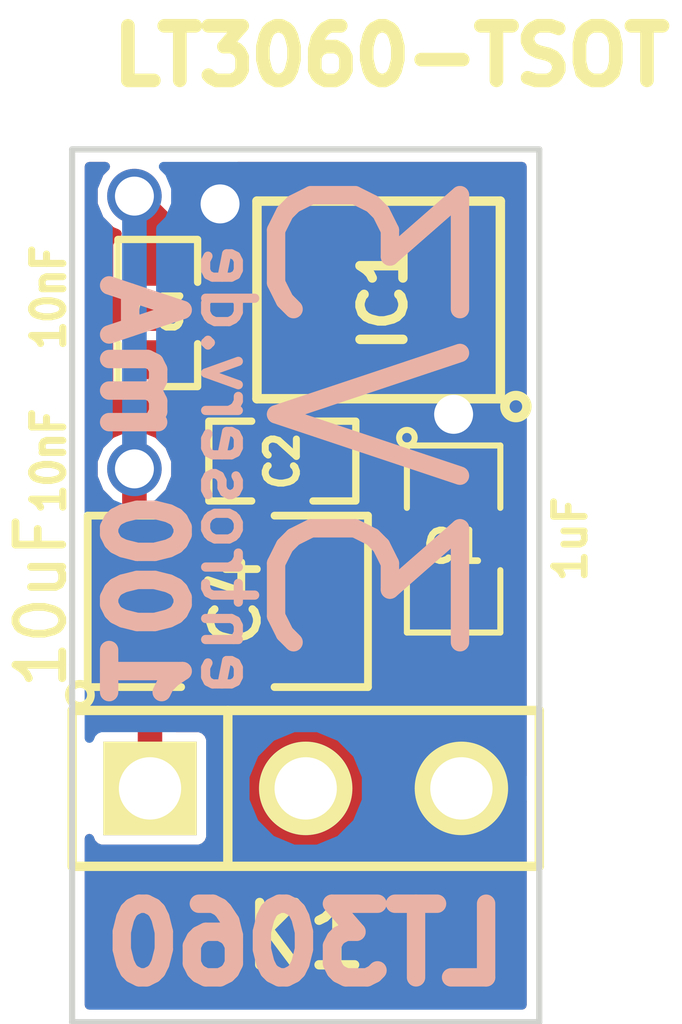
<source format=kicad_pcb>
(kicad_pcb (version 3) (host pcbnew "(2013-07-07 BZR 4022)-stable")

  (general
    (links 14)
    (no_connects 0)
    (area 50.847286 47.0011 64.286177 65.1272)
    (thickness 1.6)
    (drawings 8)
    (tracks 24)
    (zones 0)
    (modules 6)
    (nets 6)
  )

  (page A3)
  (layers
    (15 F.Cu signal)
    (0 B.Cu signal)
    (16 B.Adhes user)
    (17 F.Adhes user)
    (18 B.Paste user)
    (19 F.Paste user)
    (20 B.SilkS user)
    (21 F.SilkS user)
    (22 B.Mask user)
    (23 F.Mask user)
    (24 Dwgs.User user)
    (25 Cmts.User user)
    (26 Eco1.User user)
    (27 Eco2.User user)
    (28 Edge.Cuts user)
  )

  (setup
    (last_trace_width 0.4)
    (trace_clearance 0.154)
    (zone_clearance 0.154)
    (zone_45_only no)
    (trace_min 0.254)
    (segment_width 0.2)
    (edge_width 0.1)
    (via_size 0.889)
    (via_drill 0.635)
    (via_min_size 0.889)
    (via_min_drill 0.508)
    (uvia_size 0.508)
    (uvia_drill 0.127)
    (uvias_allowed no)
    (uvia_min_size 0.508)
    (uvia_min_drill 0.127)
    (pcb_text_width 0.3)
    (pcb_text_size 1.5 1.5)
    (mod_edge_width 0.154)
    (mod_text_size 1 1)
    (mod_text_width 0.15)
    (pad_size 1.5 1.5)
    (pad_drill 0.6)
    (pad_to_mask_clearance 0)
    (aux_axis_origin 0 0)
    (visible_elements 7FFFFFFF)
    (pcbplotparams
      (layerselection 284196865)
      (usegerberextensions true)
      (excludeedgelayer true)
      (linewidth 0.150000)
      (plotframeref false)
      (viasonmask false)
      (mode 1)
      (useauxorigin false)
      (hpglpennumber 1)
      (hpglpenspeed 20)
      (hpglpendiameter 15)
      (hpglpenoverlay 2)
      (psnegative false)
      (psa4output false)
      (plotreference true)
      (plotvalue true)
      (plotothertext true)
      (plotinvisibletext false)
      (padsonsilk false)
      (subtractmaskfromsilk false)
      (outputformat 1)
      (mirror false)
      (drillshape 0)
      (scaleselection 1)
      (outputdirectory ""))
  )

  (net 0 "")
  (net 1 /Vin)
  (net 2 /Vout)
  (net 3 GND)
  (net 4 N-000001)
  (net 5 N-000003)

  (net_class Default "Dies ist die voreingestellte Netzklasse."
    (clearance 0.154)
    (trace_width 0.4)
    (via_dia 0.889)
    (via_drill 0.635)
    (uvia_dia 0.508)
    (uvia_drill 0.127)
    (add_net "")
    (add_net /Vin)
    (add_net /Vout)
    (add_net GND)
    (add_net N-000001)
    (add_net N-000003)
  )

  (module SM1210 (layer F.Cu) (tedit 53DE8A50) (tstamp 53DC3E22)
    (at 55.88 56.642)
    (tags "CMS SM")
    (path /53DBB648)
    (attr smd)
    (fp_text reference C4 (at 0.127 0 90) (layer F.SilkS)
      (effects (font (size 0.762 0.762) (thickness 0.127)))
    )
    (fp_text value 10uF (at -3.048 0 90) (layer F.SilkS)
      (effects (font (size 0.762 0.762) (thickness 0.127)))
    )
    (fp_circle (center -2.413 1.524) (end -2.286 1.397) (layer F.SilkS) (width 0.127))
    (fp_line (start -0.762 -1.397) (end -2.286 -1.397) (layer F.SilkS) (width 0.127))
    (fp_line (start -2.286 -1.397) (end -2.286 1.397) (layer F.SilkS) (width 0.127))
    (fp_line (start -2.286 1.397) (end -0.762 1.397) (layer F.SilkS) (width 0.127))
    (fp_line (start 0.762 1.397) (end 2.286 1.397) (layer F.SilkS) (width 0.127))
    (fp_line (start 2.286 1.397) (end 2.286 -1.397) (layer F.SilkS) (width 0.127))
    (fp_line (start 2.286 -1.397) (end 0.762 -1.397) (layer F.SilkS) (width 0.127))
    (pad 1 smd rect (at -1.524 0) (size 1.27 2.54)
      (layers F.Cu F.Paste F.Mask)
      (net 2 /Vout)
    )
    (pad 2 smd rect (at 1.524 0) (size 1.27 2.54)
      (layers F.Cu F.Paste F.Mask)
      (net 3 GND)
    )
    (model smd/chip_cms.wrl
      (at (xyz 0 0 0))
      (scale (xyz 0.17 0.2 0.17))
      (rotate (xyz 0 0 0))
    )
  )

  (module SM0805 (layer F.Cu) (tedit 53DE8A44) (tstamp 53DC3E2F)
    (at 59.563 55.626 270)
    (path /53DBB64E)
    (attr smd)
    (fp_text reference C1 (at 0.127 0 360) (layer F.SilkS)
      (effects (font (size 0.50038 0.50038) (thickness 0.10922)))
    )
    (fp_text value 1uF (at 0 -1.905 270) (layer F.SilkS)
      (effects (font (size 0.50038 0.50038) (thickness 0.10922)))
    )
    (fp_circle (center -1.651 0.762) (end -1.651 0.635) (layer F.SilkS) (width 0.09906))
    (fp_line (start -0.508 0.762) (end -1.524 0.762) (layer F.SilkS) (width 0.09906))
    (fp_line (start -1.524 0.762) (end -1.524 -0.762) (layer F.SilkS) (width 0.09906))
    (fp_line (start -1.524 -0.762) (end -0.508 -0.762) (layer F.SilkS) (width 0.09906))
    (fp_line (start 0.508 -0.762) (end 1.524 -0.762) (layer F.SilkS) (width 0.09906))
    (fp_line (start 1.524 -0.762) (end 1.524 0.762) (layer F.SilkS) (width 0.09906))
    (fp_line (start 1.524 0.762) (end 0.508 0.762) (layer F.SilkS) (width 0.09906))
    (pad 1 smd rect (at -0.9525 0 270) (size 0.889 1.397)
      (layers F.Cu F.Paste F.Mask)
      (net 1 /Vin)
    )
    (pad 2 smd rect (at 0.9525 0 270) (size 0.889 1.397)
      (layers F.Cu F.Paste F.Mask)
      (net 3 GND)
    )
    (model smd/chip_cms.wrl
      (at (xyz 0 0 0))
      (scale (xyz 0.1 0.1 0.1))
      (rotate (xyz 0 0 0))
    )
  )

  (module SM0603_Capa (layer F.Cu) (tedit 53DE8A55) (tstamp 53DC3E3B)
    (at 56.769 54.356)
    (path /53DBB623)
    (attr smd)
    (fp_text reference C2 (at 0 0 90) (layer F.SilkS)
      (effects (font (size 0.508 0.4572) (thickness 0.1143)))
    )
    (fp_text value 10nF (at -3.81 0 90) (layer F.SilkS)
      (effects (font (size 0.508 0.4572) (thickness 0.1143)))
    )
    (fp_line (start 0.50038 0.65024) (end 1.19888 0.65024) (layer F.SilkS) (width 0.11938))
    (fp_line (start -0.50038 0.65024) (end -1.19888 0.65024) (layer F.SilkS) (width 0.11938))
    (fp_line (start 0.50038 -0.65024) (end 1.19888 -0.65024) (layer F.SilkS) (width 0.11938))
    (fp_line (start -1.19888 -0.65024) (end -0.50038 -0.65024) (layer F.SilkS) (width 0.11938))
    (fp_line (start 1.19888 -0.635) (end 1.19888 0.635) (layer F.SilkS) (width 0.11938))
    (fp_line (start -1.19888 0.635) (end -1.19888 -0.635) (layer F.SilkS) (width 0.11938))
    (pad 1 smd rect (at -0.762 0) (size 0.635 1.143)
      (layers F.Cu F.Paste F.Mask)
      (net 4 N-000001)
    )
    (pad 2 smd rect (at 0.762 0) (size 0.635 1.143)
      (layers F.Cu F.Paste F.Mask)
      (net 3 GND)
    )
    (model smd\capacitors\C0603.wrl
      (at (xyz 0 0 0.001))
      (scale (xyz 0.5 0.5 0.5))
      (rotate (xyz 0 0 0))
    )
  )

  (module SM0603_Capa (layer F.Cu) (tedit 53DE8A60) (tstamp 53DC3E47)
    (at 54.737 51.943 270)
    (path /53DBB63F)
    (attr smd)
    (fp_text reference C3 (at 0 0 360) (layer F.SilkS)
      (effects (font (size 0.508 0.4572) (thickness 0.1143)))
    )
    (fp_text value 10nF (at -0.254 1.778 270) (layer F.SilkS)
      (effects (font (size 0.508 0.4572) (thickness 0.1143)))
    )
    (fp_line (start 0.50038 0.65024) (end 1.19888 0.65024) (layer F.SilkS) (width 0.11938))
    (fp_line (start -0.50038 0.65024) (end -1.19888 0.65024) (layer F.SilkS) (width 0.11938))
    (fp_line (start 0.50038 -0.65024) (end 1.19888 -0.65024) (layer F.SilkS) (width 0.11938))
    (fp_line (start -1.19888 -0.65024) (end -0.50038 -0.65024) (layer F.SilkS) (width 0.11938))
    (fp_line (start 1.19888 -0.635) (end 1.19888 0.635) (layer F.SilkS) (width 0.11938))
    (fp_line (start -1.19888 0.635) (end -1.19888 -0.635) (layer F.SilkS) (width 0.11938))
    (pad 1 smd rect (at -0.762 0 270) (size 0.635 1.143)
      (layers F.Cu F.Paste F.Mask)
      (net 2 /Vout)
    )
    (pad 2 smd rect (at 0.762 0 270) (size 0.635 1.143)
      (layers F.Cu F.Paste F.Mask)
      (net 5 N-000003)
    )
    (model smd\capacitors\C0603.wrl
      (at (xyz 0 0 0.001))
      (scale (xyz 0.5 0.5 0.5))
      (rotate (xyz 0 0 0))
    )
  )

  (module PIN_ARRAY_3X1 (layer F.Cu) (tedit 53DE8DD2) (tstamp 53DC3E53)
    (at 57.15 59.69)
    (descr "Connecteur 3 pins")
    (tags "CONN DEV")
    (path /53DBB569)
    (fp_text reference K1 (at 0 2.413) (layer F.SilkS)
      (effects (font (size 1.016 1.016) (thickness 0.1524)))
    )
    (fp_text value CONN_3 (at 0.127 4.699) (layer F.SilkS) hide
      (effects (font (size 1.016 1.016) (thickness 0.1524)))
    )
    (fp_line (start -3.81 1.27) (end -3.81 -1.27) (layer F.SilkS) (width 0.1524))
    (fp_line (start -3.81 -1.27) (end 3.81 -1.27) (layer F.SilkS) (width 0.1524))
    (fp_line (start 3.81 -1.27) (end 3.81 1.27) (layer F.SilkS) (width 0.1524))
    (fp_line (start 3.81 1.27) (end -3.81 1.27) (layer F.SilkS) (width 0.1524))
    (fp_line (start -1.27 -1.27) (end -1.27 1.27) (layer F.SilkS) (width 0.1524))
    (pad 1 thru_hole rect (at -2.54 0) (size 1.524 1.524) (drill 1.016)
      (layers *.Cu *.Mask F.SilkS)
      (net 2 /Vout)
    )
    (pad 2 thru_hole circle (at 0 0) (size 1.524 1.524) (drill 1.016)
      (layers *.Cu *.Mask F.SilkS)
      (net 3 GND)
    )
    (pad 3 thru_hole circle (at 2.54 0) (size 1.524 1.524) (drill 1.016)
      (layers *.Cu *.Mask F.SilkS)
      (net 1 /Vin)
    )
    (model pin_array/pins_array_3x1.wrl
      (at (xyz 0 0 0))
      (scale (xyz 1 1 1))
      (rotate (xyz 0 0 0))
    )
  )

  (module tsot23-8 (layer F.Cu) (tedit 53DE8A36) (tstamp 53DE8AC1)
    (at 59.69 52.705 90)
    (path /53DBE0F4)
    (fp_text reference IC1 (at 1.016 -1.27 90) (layer F.SilkS)
      (effects (font (size 0.7 0.7) (thickness 0.154)))
    )
    (fp_text value LT3060-TSOT (at 4.953 -1.143 360) (layer F.SilkS)
      (effects (font (size 0.889 0.889) (thickness 0.3048)))
    )
    (fp_circle (center -0.762 0.889) (end -0.635 1.016) (layer F.SilkS) (width 0.154))
    (fp_line (start -0.635 0.635) (end 2.58572 0.635) (layer F.SilkS) (width 0.154))
    (fp_line (start 2.58572 0.635) (end 2.58572 -3.33502) (layer F.SilkS) (width 0.154))
    (fp_line (start 2.58572 -3.33502) (end -0.635 -3.33502) (layer F.SilkS) (width 0.154))
    (fp_line (start -0.635 -3.33502) (end -0.635 0.635) (layer F.SilkS) (width 0.154))
    (pad 1 smd rect (at 0 0 90) (size 0.40132 1.3208)
      (layers F.Cu F.Paste F.Mask)
      (net 1 /Vin)
    )
    (pad 2 smd rect (at 0.65024 0 90) (size 0.40132 1.3208)
      (layers F.Cu F.Paste F.Mask)
      (net 3 GND)
    )
    (pad 3 smd rect (at 1.30048 0 90) (size 0.40132 1.3208)
      (layers F.Cu F.Paste F.Mask)
      (net 3 GND)
    )
    (pad 4 smd rect (at 1.95072 0 90) (size 0.40132 1.3208)
      (layers F.Cu F.Paste F.Mask)
      (net 3 GND)
    )
    (pad 5 smd rect (at 1.95072 -2.70002 270) (size 0.40132 1.3208)
      (layers F.Cu F.Paste F.Mask)
      (net 1 /Vin)
    )
    (pad 6 smd rect (at 1.30048 -2.70002 270) (size 0.40132 1.3208)
      (layers F.Cu F.Paste F.Mask)
      (net 2 /Vout)
    )
    (pad 7 smd rect (at 0.65024 -2.70002 270) (size 0.40132 1.3208)
      (layers F.Cu F.Paste F.Mask)
      (net 5 N-000003)
    )
    (pad 8 smd rect (at 0 -2.70002 270) (size 0.40132 1.3208)
      (layers F.Cu F.Paste F.Mask)
      (net 4 N-000001)
    )
  )

  (gr_text entroserv.de (at 55.88 54.483 270) (layer B.SilkS)
    (effects (font (size 0.8 0.8) (thickness 0.15)) (justify mirror))
  )
  (gr_text LT3060 (at 57.15 62.23) (layer B.SilkS)
    (effects (font (size 1.2 1.2) (thickness 0.3)) (justify mirror))
  )
  (gr_text "100 mA" (at 54.483 54.864 270) (layer B.SilkS)
    (effects (font (size 1.2 1.2) (thickness 0.3)) (justify mirror))
  )
  (gr_line (start 53.34 63.5) (end 53.34 49.276) (angle 90) (layer Edge.Cuts) (width 0.1))
  (gr_line (start 60.96 63.5) (end 53.34 63.5) (angle 90) (layer Edge.Cuts) (width 0.1))
  (gr_line (start 60.96 49.276) (end 60.96 63.5) (angle 90) (layer Edge.Cuts) (width 0.1))
  (gr_line (start 53.34 49.276) (end 60.96 49.276) (angle 90) (layer Edge.Cuts) (width 0.1))
  (gr_text 3V3 (at 58.039 53.594 270) (layer B.SilkS)
    (effects (font (size 3 3) (thickness 0.3)) (justify mirror))
  )

  (segment (start 56.98998 50.75428) (end 56.34228 50.75428) (width 0.4) (layer F.Cu) (net 1))
  (via (at 55.753 50.165) (size 0.889) (layers F.Cu B.Cu) (net 1))
  (segment (start 56.34228 50.75428) (end 55.753 50.165) (width 0.4) (layer F.Cu) (net 1) (tstamp 53DE81FC))
  (segment (start 59.563 53.594) (end 59.563 52.832) (width 0.4) (layer F.Cu) (net 1))
  (via (at 59.563 53.594) (size 0.889) (layers F.Cu B.Cu) (net 1))
  (segment (start 59.563 54.6735) (end 59.563 53.594) (width 0.4) (layer F.Cu) (net 1))
  (segment (start 59.563 52.832) (end 59.69 52.705) (width 0.4) (layer F.Cu) (net 1) (tstamp 53DE861F))
  (segment (start 54.356 56.642) (end 54.356 54.483) (width 0.4) (layer F.Cu) (net 2))
  (segment (start 54.737 50.419) (end 54.737 51.181) (width 0.4) (layer F.Cu) (net 2) (tstamp 53DE8336))
  (segment (start 54.356 50.038) (end 54.737 50.419) (width 0.4) (layer F.Cu) (net 2) (tstamp 53DE8335))
  (via (at 54.356 50.038) (size 0.889) (layers F.Cu B.Cu) (net 2))
  (segment (start 54.356 54.483) (end 54.356 50.038) (width 0.4) (layer B.Cu) (net 2) (tstamp 53DE8330))
  (via (at 54.356 54.483) (size 0.889) (layers F.Cu B.Cu) (net 2))
  (segment (start 54.61 59.69) (end 54.61 56.896) (width 0.4) (layer F.Cu) (net 2))
  (segment (start 54.61 56.896) (end 54.356 56.642) (width 0.4) (layer F.Cu) (net 2) (tstamp 53DE820F))
  (segment (start 56.98998 51.40452) (end 55.97652 51.40452) (width 0.4) (layer F.Cu) (net 2))
  (segment (start 55.753 51.181) (end 54.737 51.181) (width 0.4) (layer F.Cu) (net 2) (tstamp 53DE81C5))
  (segment (start 55.97652 51.40452) (end 55.753 51.181) (width 0.4) (layer F.Cu) (net 2) (tstamp 53DE81C2))
  (segment (start 56.007 54.356) (end 56.007 53.086) (width 0.4) (layer F.Cu) (net 4))
  (segment (start 56.388 52.705) (end 56.98998 52.705) (width 0.4) (layer F.Cu) (net 4) (tstamp 53DE8304))
  (segment (start 56.007 53.086) (end 56.388 52.705) (width 0.4) (layer F.Cu) (net 4) (tstamp 53DE8302))
  (segment (start 56.98998 52.05476) (end 56.02224 52.05476) (width 0.4) (layer F.Cu) (net 5))
  (segment (start 55.372 52.705) (end 54.737 52.705) (width 0.4) (layer F.Cu) (net 5) (tstamp 53DE82F9))
  (segment (start 56.02224 52.05476) (end 55.372 52.705) (width 0.4) (layer F.Cu) (net 5) (tstamp 53DE82F6))

  (zone (net 3) (net_name GND) (layer F.Cu) (tstamp 53DC40F5) (hatch edge 0.508)
    (connect_pads yes (clearance 0.154))
    (min_thickness 0.154)
    (fill (arc_segments 16) (thermal_gap 0.508) (thermal_bridge_width 0.508))
    (polygon
      (pts
        (xy 60.96 63.5) (xy 53.34 63.5) (xy 53.34 49.276) (xy 60.96 49.276)
      )
    )
    (filled_polygon
      (pts
        (xy 60.679 63.219) (xy 53.621 63.219) (xy 53.621 60.507522) (xy 53.652054 60.58268) (xy 53.716979 60.647717)
        (xy 53.80185 60.682959) (xy 53.893747 60.683039) (xy 55.417747 60.683039) (xy 55.50268 60.647946) (xy 55.567717 60.583021)
        (xy 55.602959 60.49815) (xy 55.603039 60.406253) (xy 55.603039 58.882253) (xy 55.567946 58.79732) (xy 55.503021 58.732283)
        (xy 55.41815 58.697041) (xy 55.326253 58.696961) (xy 55.041 58.696961) (xy 55.041 58.141281) (xy 55.12168 58.107946)
        (xy 55.186717 58.043021) (xy 55.221959 57.95815) (xy 55.222039 57.866253) (xy 55.222039 55.326253) (xy 55.186946 55.24132)
        (xy 55.122021 55.176283) (xy 55.03715 55.141041) (xy 54.945253 55.140961) (xy 54.787 55.140961) (xy 54.787 55.00722)
        (xy 54.928327 54.86614) (xy 55.031383 54.617955) (xy 55.031617 54.349224) (xy 54.928995 54.10086) (xy 54.73914 53.910673)
        (xy 54.490955 53.807617) (xy 54.222224 53.807383) (xy 53.97386 53.910005) (xy 53.783673 54.09986) (xy 53.680617 54.348045)
        (xy 53.680383 54.616776) (xy 53.783005 54.86514) (xy 53.925 55.007383) (xy 53.925 55.140961) (xy 53.675253 55.140961)
        (xy 53.621 55.163377) (xy 53.621 49.557) (xy 53.881704 49.557) (xy 53.783673 49.65486) (xy 53.680617 49.903045)
        (xy 53.680383 50.171776) (xy 53.783005 50.42014) (xy 53.97286 50.610327) (xy 54.072842 50.651843) (xy 54.03482 50.667554)
        (xy 53.969783 50.732479) (xy 53.934541 50.81735) (xy 53.934461 50.909247) (xy 53.934461 51.544247) (xy 53.969554 51.62918)
        (xy 54.034479 51.694217) (xy 54.11935 51.729459) (xy 54.211247 51.729539) (xy 55.354247 51.729539) (xy 55.43918 51.694446)
        (xy 55.504217 51.629521) (xy 55.511492 51.612) (xy 55.574474 51.612) (xy 55.671757 51.709283) (xy 55.725083 51.744914)
        (xy 55.717477 51.749997) (xy 55.310971 52.156502) (xy 55.262753 52.156461) (xy 54.119753 52.156461) (xy 54.03482 52.191554)
        (xy 53.969783 52.256479) (xy 53.934541 52.34135) (xy 53.934461 52.433247) (xy 53.934461 53.068247) (xy 53.969554 53.15318)
        (xy 54.034479 53.218217) (xy 54.11935 53.253459) (xy 54.211247 53.253539) (xy 55.354247 53.253539) (xy 55.43918 53.218446)
        (xy 55.504217 53.153521) (xy 55.524051 53.105755) (xy 55.524051 53.105754) (xy 55.536936 53.103192) (xy 55.536937 53.103192)
        (xy 55.578043 53.075725) (xy 55.576 53.086) (xy 55.576 53.581455) (xy 55.55882 53.588554) (xy 55.493783 53.653479)
        (xy 55.458541 53.73835) (xy 55.458461 53.830247) (xy 55.458461 54.973247) (xy 55.493554 55.05818) (xy 55.558479 55.123217)
        (xy 55.64335 55.158459) (xy 55.735247 55.158539) (xy 56.370247 55.158539) (xy 56.45518 55.123446) (xy 56.520217 55.058521)
        (xy 56.555459 54.97365) (xy 56.555539 54.881753) (xy 56.555539 53.738753) (xy 56.520446 53.65382) (xy 56.455521 53.588783)
        (xy 56.438 53.581507) (xy 56.438 53.264526) (xy 56.565827 53.136699) (xy 57.696127 53.136699) (xy 57.78106 53.101606)
        (xy 57.846097 53.036681) (xy 57.881339 52.95181) (xy 57.881419 52.859913) (xy 57.881419 52.458593) (xy 57.848858 52.379789)
        (xy 57.881339 52.30157) (xy 57.881419 52.209673) (xy 57.881419 51.808353) (xy 57.848858 51.729549) (xy 57.881339 51.65133)
        (xy 57.881419 51.559433) (xy 57.881419 51.158113) (xy 57.848858 51.079309) (xy 57.881339 51.00109) (xy 57.881419 50.909193)
        (xy 57.881419 50.507873) (xy 57.846326 50.42294) (xy 57.781401 50.357903) (xy 57.69653 50.322661) (xy 57.604633 50.322581)
        (xy 56.520107 50.322581) (xy 56.428443 50.230917) (xy 56.428617 50.031224) (xy 56.325995 49.78286) (xy 56.13614 49.592673)
        (xy 56.05023 49.557) (xy 60.679 49.557) (xy 60.679 59.48325) (xy 60.581439 59.247134) (xy 60.581439 52.859913)
        (xy 60.581439 52.458593) (xy 60.546346 52.37366) (xy 60.481421 52.308623) (xy 60.39655 52.273381) (xy 60.304653 52.273301)
        (xy 58.983853 52.273301) (xy 58.89892 52.308394) (xy 58.833883 52.373319) (xy 58.798641 52.45819) (xy 58.798561 52.550087)
        (xy 58.798561 52.951407) (xy 58.833654 53.03634) (xy 58.898579 53.101377) (xy 58.98345 53.136619) (xy 59.064972 53.136689)
        (xy 58.990673 53.21086) (xy 58.887617 53.459045) (xy 58.887383 53.727776) (xy 58.990005 53.97614) (xy 59.011787 53.997961)
        (xy 58.818753 53.997961) (xy 58.73382 54.033054) (xy 58.668783 54.097979) (xy 58.633541 54.18285) (xy 58.633461 54.274747)
        (xy 58.633461 55.163747) (xy 58.668554 55.24868) (xy 58.733479 55.313717) (xy 58.81835 55.348959) (xy 58.910247 55.349039)
        (xy 60.307247 55.349039) (xy 60.39218 55.313946) (xy 60.457217 55.249021) (xy 60.492459 55.16415) (xy 60.492539 55.072253)
        (xy 60.492539 54.183253) (xy 60.457446 54.09832) (xy 60.392521 54.033283) (xy 60.30765 53.998041) (xy 60.215753 53.997961)
        (xy 60.114469 53.997961) (xy 60.135327 53.97714) (xy 60.238383 53.728955) (xy 60.238617 53.460224) (xy 60.135995 53.21186)
        (xy 60.060965 53.136699) (xy 60.396147 53.136699) (xy 60.48108 53.101606) (xy 60.546117 53.036681) (xy 60.581359 52.95181)
        (xy 60.581439 52.859913) (xy 60.581439 59.247134) (xy 60.532315 59.128246) (xy 60.253224 58.848666) (xy 59.888386 58.697173)
        (xy 59.493347 58.696828) (xy 59.128246 58.847685) (xy 58.848666 59.126776) (xy 58.697173 59.491614) (xy 58.696828 59.886653)
        (xy 58.847685 60.251754) (xy 59.126776 60.531334) (xy 59.491614 60.682827) (xy 59.886653 60.683172) (xy 60.251754 60.532315)
        (xy 60.531334 60.253224) (xy 60.679 59.897602) (xy 60.679 63.219)
      )
    )
  )
  (zone (net 1) (net_name /Vin) (layer B.Cu) (tstamp 53DE823E) (hatch edge 0.508)
    (connect_pads yes (clearance 0.154))
    (min_thickness 0.154)
    (fill (arc_segments 16) (thermal_gap 0.508) (thermal_bridge_width 0.508))
    (polygon
      (pts
        (xy 60.96 63.5) (xy 53.34 63.5) (xy 53.34 49.276) (xy 60.96 49.276)
      )
    )
    (filled_polygon
      (pts
        (xy 60.679 63.219) (xy 58.143172 63.219) (xy 58.143172 59.493347) (xy 57.992315 59.128246) (xy 57.713224 58.848666)
        (xy 57.348386 58.697173) (xy 56.953347 58.696828) (xy 56.588246 58.847685) (xy 56.308666 59.126776) (xy 56.157173 59.491614)
        (xy 56.156828 59.886653) (xy 56.307685 60.251754) (xy 56.586776 60.531334) (xy 56.951614 60.682827) (xy 57.346653 60.683172)
        (xy 57.711754 60.532315) (xy 57.991334 60.253224) (xy 58.142827 59.888386) (xy 58.143172 59.493347) (xy 58.143172 63.219)
        (xy 53.621 63.219) (xy 53.621 60.507522) (xy 53.652054 60.58268) (xy 53.716979 60.647717) (xy 53.80185 60.682959)
        (xy 53.893747 60.683039) (xy 55.417747 60.683039) (xy 55.50268 60.647946) (xy 55.567717 60.583021) (xy 55.602959 60.49815)
        (xy 55.603039 60.406253) (xy 55.603039 58.882253) (xy 55.567946 58.79732) (xy 55.503021 58.732283) (xy 55.41815 58.697041)
        (xy 55.326253 58.696961) (xy 53.802253 58.696961) (xy 53.71732 58.732054) (xy 53.652283 58.796979) (xy 53.621 58.872315)
        (xy 53.621 49.557) (xy 53.881704 49.557) (xy 53.783673 49.65486) (xy 53.680617 49.903045) (xy 53.680383 50.171776)
        (xy 53.783005 50.42014) (xy 53.925 50.562383) (xy 53.925 53.958779) (xy 53.783673 54.09986) (xy 53.680617 54.348045)
        (xy 53.680383 54.616776) (xy 53.783005 54.86514) (xy 53.97286 55.055327) (xy 54.221045 55.158383) (xy 54.489776 55.158617)
        (xy 54.73814 55.055995) (xy 54.928327 54.86614) (xy 55.031383 54.617955) (xy 55.031617 54.349224) (xy 54.928995 54.10086)
        (xy 54.787 53.958616) (xy 54.787 50.56222) (xy 54.928327 50.42114) (xy 55.031383 50.172955) (xy 55.031617 49.904224)
        (xy 54.928995 49.65586) (xy 54.830307 49.557) (xy 60.679 49.557) (xy 60.679 63.219)
      )
    )
  )
)

</source>
